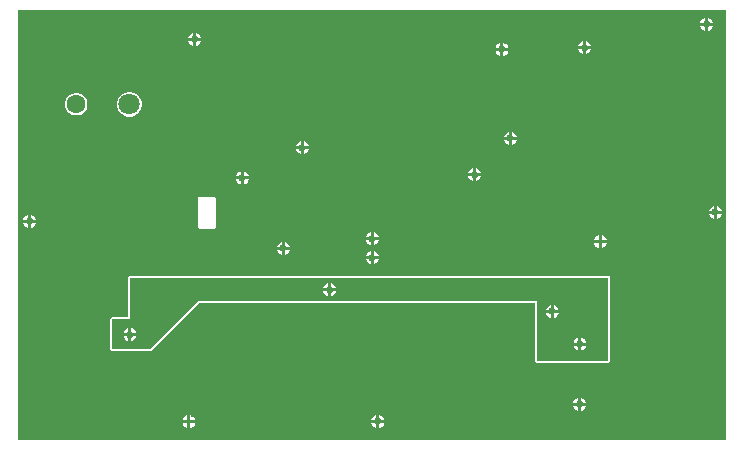
<source format=gbl>
G04*
G04 #@! TF.GenerationSoftware,Altium Limited,Altium Designer,22.2.1 (43)*
G04*
G04 Layer_Physical_Order=2*
G04 Layer_Color=16711680*
%FSLAX25Y25*%
%MOIN*%
G70*
G04*
G04 #@! TF.SameCoordinates,AAFBACAA-EC33-4654-A321-DB7F653A4B28*
G04*
G04*
G04 #@! TF.FilePolarity,Positive*
G04*
G01*
G75*
%ADD62C,0.07087*%
%ADD63C,0.06299*%
%ADD64C,0.02362*%
G36*
X240158Y3150D02*
X3937D01*
Y146457D01*
X240158D01*
Y3150D01*
D02*
G37*
%LPC*%
G36*
X234161Y143984D02*
Y142331D01*
X235815D01*
X235510Y143066D01*
X234897Y143680D01*
X234161Y143984D01*
D02*
G37*
G36*
X233161D02*
X232426Y143680D01*
X231812Y143066D01*
X231508Y142331D01*
X233161D01*
Y143984D01*
D02*
G37*
G36*
X235815Y141331D02*
X234161D01*
Y139677D01*
X234897Y139982D01*
X235510Y140595D01*
X235815Y141331D01*
D02*
G37*
G36*
X233161D02*
X231508D01*
X231812Y140595D01*
X232426Y139982D01*
X233161Y139677D01*
Y141331D01*
D02*
G37*
G36*
X63492Y138965D02*
Y137311D01*
X65146D01*
X64841Y138047D01*
X64228Y138660D01*
X63492Y138965D01*
D02*
G37*
G36*
X62492D02*
X61757Y138660D01*
X61143Y138047D01*
X60838Y137311D01*
X62492D01*
Y138965D01*
D02*
G37*
G36*
X65146Y136311D02*
X63492D01*
Y134657D01*
X64228Y134962D01*
X64841Y135575D01*
X65146Y136311D01*
D02*
G37*
G36*
X62492D02*
X60838D01*
X61143Y135575D01*
X61757Y134962D01*
X62492Y134657D01*
Y136311D01*
D02*
G37*
G36*
X193413Y136209D02*
Y134555D01*
X195067D01*
X194762Y135291D01*
X194149Y135904D01*
X193413Y136209D01*
D02*
G37*
G36*
X192413D02*
X191678Y135904D01*
X191064Y135291D01*
X190760Y134555D01*
X192413D01*
Y136209D01*
D02*
G37*
G36*
X165854Y135654D02*
Y134000D01*
X167508D01*
X167203Y134736D01*
X166590Y135349D01*
X165854Y135654D01*
D02*
G37*
G36*
X164854D02*
X164119Y135349D01*
X163505Y134736D01*
X163201Y134000D01*
X164854D01*
Y135654D01*
D02*
G37*
G36*
X195067Y133555D02*
X193413D01*
Y131901D01*
X194149Y132206D01*
X194762Y132820D01*
X195067Y133555D01*
D02*
G37*
G36*
X192413D02*
X190760D01*
X191064Y132820D01*
X191678Y132206D01*
X192413Y131901D01*
Y133555D01*
D02*
G37*
G36*
X167508Y133000D02*
X165854D01*
Y131346D01*
X166590Y131651D01*
X167203Y132264D01*
X167508Y133000D01*
D02*
G37*
G36*
X164854D02*
X163201D01*
X163505Y132264D01*
X164119Y131651D01*
X164854Y131346D01*
Y133000D01*
D02*
G37*
G36*
X23918Y118898D02*
X22933D01*
X21982Y118643D01*
X21129Y118150D01*
X20432Y117454D01*
X19940Y116601D01*
X19685Y115650D01*
Y114665D01*
X19940Y113714D01*
X20432Y112861D01*
X21129Y112165D01*
X21982Y111672D01*
X22933Y111417D01*
X23918D01*
X24869Y111672D01*
X25722Y112165D01*
X26418Y112861D01*
X26910Y113714D01*
X27165Y114665D01*
Y115650D01*
X26910Y116601D01*
X26418Y117454D01*
X25722Y118150D01*
X24869Y118643D01*
X23918Y118898D01*
D02*
G37*
G36*
X41686Y119291D02*
X40598D01*
X39546Y119010D01*
X38603Y118465D01*
X37834Y117696D01*
X37290Y116753D01*
X37008Y115702D01*
Y114613D01*
X37290Y113562D01*
X37834Y112619D01*
X38603Y111850D01*
X39546Y111305D01*
X40598Y111024D01*
X41686D01*
X42737Y111305D01*
X43680Y111850D01*
X44450Y112619D01*
X44994Y113562D01*
X45276Y114613D01*
Y115702D01*
X44994Y116753D01*
X44450Y117696D01*
X43680Y118465D01*
X42737Y119010D01*
X41686Y119291D01*
D02*
G37*
G36*
X168610Y105953D02*
Y104299D01*
X170264D01*
X169959Y105035D01*
X169346Y105648D01*
X168610Y105953D01*
D02*
G37*
G36*
X167610D02*
X166875Y105648D01*
X166261Y105035D01*
X165956Y104299D01*
X167610D01*
Y105953D01*
D02*
G37*
G36*
X170264Y103299D02*
X168610D01*
Y101646D01*
X169346Y101950D01*
X169959Y102564D01*
X170264Y103299D01*
D02*
G37*
G36*
X167610D02*
X165956D01*
X166261Y102564D01*
X166875Y101950D01*
X167610Y101646D01*
Y103299D01*
D02*
G37*
G36*
X99319Y102744D02*
Y101091D01*
X100972D01*
X100668Y101826D01*
X100054Y102440D01*
X99319Y102744D01*
D02*
G37*
G36*
X98319D02*
X97583Y102440D01*
X96970Y101826D01*
X96665Y101091D01*
X98319D01*
Y102744D01*
D02*
G37*
G36*
X100972Y100091D02*
X99319D01*
Y98437D01*
X100054Y98742D01*
X100668Y99355D01*
X100972Y100091D01*
D02*
G37*
G36*
X98319D02*
X96665D01*
X96970Y99355D01*
X97583Y98742D01*
X98319Y98437D01*
Y100091D01*
D02*
G37*
G36*
X156701Y93788D02*
Y92134D01*
X158354D01*
X158050Y92869D01*
X157436Y93483D01*
X156701Y93788D01*
D02*
G37*
G36*
X155701D02*
X154965Y93483D01*
X154352Y92869D01*
X154047Y92134D01*
X155701D01*
Y93788D01*
D02*
G37*
G36*
X79240Y92726D02*
Y91073D01*
X80894D01*
X80589Y91808D01*
X79976Y92422D01*
X79240Y92726D01*
D02*
G37*
G36*
X78240D02*
X77505Y92422D01*
X76891Y91808D01*
X76587Y91073D01*
X78240D01*
Y92726D01*
D02*
G37*
G36*
X158354Y91134D02*
X156701D01*
Y89480D01*
X157436Y89785D01*
X158050Y90398D01*
X158354Y91134D01*
D02*
G37*
G36*
X155701D02*
X154047D01*
X154352Y90398D01*
X154965Y89785D01*
X155701Y89480D01*
Y91134D01*
D02*
G37*
G36*
X80894Y90073D02*
X79240D01*
Y88419D01*
X79976Y88724D01*
X80589Y89337D01*
X80894Y90073D01*
D02*
G37*
G36*
X78240D02*
X76587D01*
X76891Y89337D01*
X77505Y88724D01*
X78240Y88419D01*
Y90073D01*
D02*
G37*
G36*
X237016Y81288D02*
Y79634D01*
X238669D01*
X238365Y80369D01*
X237751Y80983D01*
X237016Y81288D01*
D02*
G37*
G36*
X236016D02*
X235280Y80983D01*
X234667Y80369D01*
X234362Y79634D01*
X236016D01*
Y81288D01*
D02*
G37*
G36*
X238669Y78634D02*
X237016D01*
Y76980D01*
X237751Y77285D01*
X238365Y77898D01*
X238669Y78634D01*
D02*
G37*
G36*
X236016D02*
X234362D01*
X234667Y77898D01*
X235280Y77285D01*
X236016Y76980D01*
Y78634D01*
D02*
G37*
G36*
X8497Y78335D02*
Y76681D01*
X10151D01*
X9847Y77417D01*
X9233Y78030D01*
X8497Y78335D01*
D02*
G37*
G36*
X7497D02*
X6762Y78030D01*
X6148Y77417D01*
X5844Y76681D01*
X7497D01*
Y78335D01*
D02*
G37*
G36*
X10151Y75681D02*
X8497D01*
Y74027D01*
X9233Y74332D01*
X9847Y74946D01*
X10151Y75681D01*
D02*
G37*
G36*
X7497D02*
X5844D01*
X6148Y74946D01*
X6762Y74332D01*
X7497Y74027D01*
Y75681D01*
D02*
G37*
G36*
X69291Y84301D02*
X64567D01*
X64115Y84113D01*
X63928Y83661D01*
Y74213D01*
X64115Y73761D01*
X64567Y73573D01*
X69291D01*
X69743Y73761D01*
X69930Y74213D01*
Y83661D01*
X69743Y84113D01*
X69291Y84301D01*
D02*
G37*
G36*
X122547Y72429D02*
Y70776D01*
X124201D01*
X123896Y71511D01*
X123283Y72125D01*
X122547Y72429D01*
D02*
G37*
G36*
X121547D02*
X120812Y72125D01*
X120198Y71511D01*
X119894Y70776D01*
X121547D01*
Y72429D01*
D02*
G37*
G36*
X198578Y71445D02*
Y69791D01*
X200231D01*
X199927Y70527D01*
X199313Y71140D01*
X198578Y71445D01*
D02*
G37*
G36*
X197578D02*
X196842Y71140D01*
X196229Y70527D01*
X195924Y69791D01*
X197578D01*
Y71445D01*
D02*
G37*
G36*
X124201Y69776D02*
X122547D01*
Y68122D01*
X123283Y68427D01*
X123896Y69040D01*
X124201Y69776D01*
D02*
G37*
G36*
X121547D02*
X119894D01*
X120198Y69040D01*
X120812Y68427D01*
X121547Y68122D01*
Y69776D01*
D02*
G37*
G36*
X93020Y69280D02*
Y67626D01*
X94673D01*
X94369Y68362D01*
X93755Y68975D01*
X93020Y69280D01*
D02*
G37*
G36*
X92020D02*
X91284Y68975D01*
X90671Y68362D01*
X90366Y67626D01*
X92020D01*
Y69280D01*
D02*
G37*
G36*
X200231Y68791D02*
X198578D01*
Y67138D01*
X199313Y67442D01*
X199927Y68056D01*
X200231Y68791D01*
D02*
G37*
G36*
X197578D02*
X195924D01*
X196229Y68056D01*
X196842Y67442D01*
X197578Y67138D01*
Y68791D01*
D02*
G37*
G36*
X94673Y66626D02*
X93020D01*
Y64972D01*
X93755Y65277D01*
X94369Y65891D01*
X94673Y66626D01*
D02*
G37*
G36*
X92020D02*
X90366D01*
X90671Y65891D01*
X91284Y65277D01*
X92020Y64972D01*
Y66626D01*
D02*
G37*
G36*
X122547Y66130D02*
Y64476D01*
X124201D01*
X123896Y65212D01*
X123283Y65825D01*
X122547Y66130D01*
D02*
G37*
G36*
X121547D02*
X120812Y65825D01*
X120198Y65212D01*
X119894Y64476D01*
X121547D01*
Y66130D01*
D02*
G37*
G36*
X124201Y63476D02*
X122547D01*
Y61823D01*
X123283Y62127D01*
X123896Y62741D01*
X124201Y63476D01*
D02*
G37*
G36*
X121547D02*
X119894D01*
X120198Y62741D01*
X120812Y62127D01*
X121547Y61823D01*
Y63476D01*
D02*
G37*
G36*
X200787Y57923D02*
X41339D01*
X40887Y57736D01*
X40699Y57284D01*
Y44143D01*
X35433D01*
X34981Y43956D01*
X34794Y43504D01*
Y33661D01*
X34981Y33209D01*
X35433Y33022D01*
X48228D01*
X48680Y33209D01*
X64241Y48770D01*
X176526D01*
Y29528D01*
X176713Y29076D01*
X177165Y28888D01*
X200787D01*
X201239Y29076D01*
X201427Y29528D01*
Y57284D01*
X201239Y57736D01*
X200787Y57923D01*
D02*
G37*
G36*
X191839Y17351D02*
Y15697D01*
X193492D01*
X193188Y16432D01*
X192574Y17046D01*
X191839Y17351D01*
D02*
G37*
G36*
X190839D02*
X190103Y17046D01*
X189489Y16432D01*
X189185Y15697D01*
X190839D01*
Y17351D01*
D02*
G37*
G36*
X193492Y14697D02*
X191839D01*
Y13043D01*
X192574Y13348D01*
X193188Y13961D01*
X193492Y14697D01*
D02*
G37*
G36*
X190839D02*
X189185D01*
X189489Y13961D01*
X190103Y13348D01*
X190839Y13043D01*
Y14697D01*
D02*
G37*
G36*
X124516Y11603D02*
Y9949D01*
X126169D01*
X125865Y10684D01*
X125251Y11298D01*
X124516Y11603D01*
D02*
G37*
G36*
X123516D02*
X122780Y11298D01*
X122167Y10684D01*
X121862Y9949D01*
X123516D01*
Y11603D01*
D02*
G37*
G36*
X61524D02*
Y9949D01*
X63177D01*
X62873Y10684D01*
X62259Y11298D01*
X61524Y11603D01*
D02*
G37*
G36*
X60524D02*
X59788Y11298D01*
X59175Y10684D01*
X58870Y9949D01*
X60524D01*
Y11603D01*
D02*
G37*
G36*
X126169Y8949D02*
X124516D01*
Y7295D01*
X125251Y7600D01*
X125865Y8213D01*
X126169Y8949D01*
D02*
G37*
G36*
X123516D02*
X121862D01*
X122167Y8213D01*
X122780Y7600D01*
X123516Y7295D01*
Y8949D01*
D02*
G37*
G36*
X63177D02*
X61524D01*
Y7295D01*
X62259Y7600D01*
X62873Y8213D01*
X63177Y8949D01*
D02*
G37*
G36*
X60524D02*
X58870D01*
X59175Y8213D01*
X59788Y7600D01*
X60524Y7295D01*
Y8949D01*
D02*
G37*
%LPD*%
G36*
X200787Y29528D02*
X177165D01*
Y49409D01*
X63976D01*
X48228Y33661D01*
X35433D01*
Y43504D01*
X41339D01*
Y57284D01*
X200787D01*
Y29528D01*
D02*
G37*
%LPC*%
G36*
X108374Y55471D02*
Y53847D01*
X109998D01*
X109929Y54198D01*
X109447Y54919D01*
X108725Y55401D01*
X108374Y55471D01*
D02*
G37*
G36*
X107374D02*
X107023Y55401D01*
X106301Y54919D01*
X105819Y54198D01*
X105750Y53847D01*
X107374D01*
Y55471D01*
D02*
G37*
G36*
X109998Y52846D02*
X108374D01*
Y51222D01*
X108725Y51292D01*
X109447Y51774D01*
X109929Y52495D01*
X109998Y52846D01*
D02*
G37*
G36*
X107374D02*
X105750D01*
X105819Y52495D01*
X106301Y51774D01*
X107023Y51292D01*
X107374Y51222D01*
Y52846D01*
D02*
G37*
G36*
X182633Y48237D02*
Y46613D01*
X184257D01*
X184187Y46964D01*
X183705Y47685D01*
X182984Y48167D01*
X182633Y48237D01*
D02*
G37*
G36*
X181633D02*
X181282Y48167D01*
X180560Y47685D01*
X180078Y46964D01*
X180008Y46613D01*
X181633D01*
Y48237D01*
D02*
G37*
G36*
X184257Y45613D02*
X182633D01*
Y43989D01*
X182984Y44058D01*
X183705Y44541D01*
X184187Y45262D01*
X184257Y45613D01*
D02*
G37*
G36*
X181633D02*
X180008D01*
X180078Y45262D01*
X180560Y44541D01*
X181282Y44058D01*
X181633Y43989D01*
Y45613D01*
D02*
G37*
G36*
X41838Y40510D02*
Y38886D01*
X43463D01*
X43393Y39237D01*
X42911Y39958D01*
X42190Y40440D01*
X41838Y40510D01*
D02*
G37*
G36*
X40839D02*
X40488Y40440D01*
X39766Y39958D01*
X39284Y39237D01*
X39214Y38886D01*
X40839D01*
Y40510D01*
D02*
G37*
G36*
X43463Y37886D02*
X41838D01*
Y36261D01*
X42190Y36331D01*
X42911Y36813D01*
X43393Y37535D01*
X43463Y37886D01*
D02*
G37*
G36*
X40839D02*
X39214D01*
X39284Y37535D01*
X39766Y36813D01*
X40488Y36331D01*
X40839Y36261D01*
Y37886D01*
D02*
G37*
G36*
X191839Y37321D02*
Y35697D01*
X193463D01*
X193393Y36048D01*
X192911Y36769D01*
X192190Y37251D01*
X191839Y37321D01*
D02*
G37*
G36*
X190839D02*
X190488Y37251D01*
X189766Y36769D01*
X189284Y36048D01*
X189214Y35697D01*
X190839D01*
Y37321D01*
D02*
G37*
G36*
X193463Y34697D02*
X191839D01*
Y33073D01*
X192190Y33142D01*
X192911Y33624D01*
X193393Y34346D01*
X193463Y34697D01*
D02*
G37*
G36*
X190839D02*
X189214D01*
X189284Y34346D01*
X189766Y33624D01*
X190488Y33142D01*
X190839Y33073D01*
Y34697D01*
D02*
G37*
%LPD*%
D62*
X41142Y115157D02*
D03*
D63*
X23425D02*
D03*
D64*
X62598Y11811D02*
D03*
X182133Y46113D02*
D03*
X168110Y103799D02*
D03*
X107874Y53347D02*
D03*
X92520Y67126D02*
D03*
X192913Y134055D02*
D03*
X7998Y76181D02*
D03*
X191339Y35197D02*
D03*
Y15197D02*
D03*
X78740Y90573D02*
D03*
X236516Y79134D02*
D03*
X233661Y141831D02*
D03*
X198078Y65748D02*
D03*
X165354Y133500D02*
D03*
X98819Y100591D02*
D03*
X124016Y9449D02*
D03*
X122047Y70276D02*
D03*
Y63976D02*
D03*
X156201Y91634D02*
D03*
X62992Y136811D02*
D03*
X41339Y38386D02*
D03*
M02*

</source>
